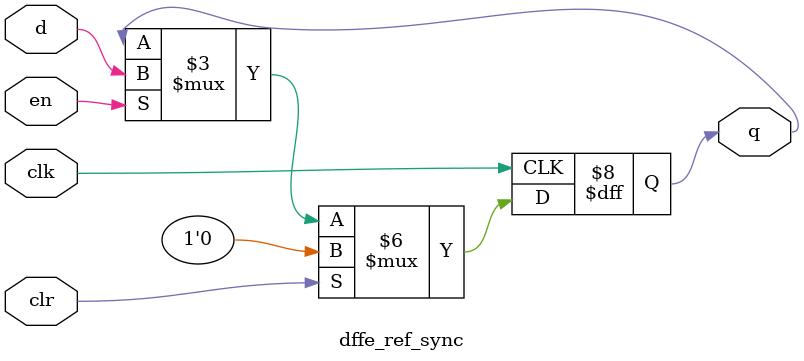
<source format=v>
module dffe_ref_sync (q, d, clk, en, clr);
   
   //Inputs
   input d, clk, en, clr;
   
   //Internal wire
   wire clr;

   //Output
   output q;
   
   //Register
   reg q;

   //Intialize q to 0
   initial
   begin
       q = 1'b0;
   end

   //Set value of q on positive edge of the clock
   always @(posedge clk) begin
       //If clear is high, set q to 0
       if (clr) begin
           q <= 1'b0;
       //If enable is high, set q to the value of d
       end else if (en) begin
           q <= d;
       end
   end
endmodule
</source>
